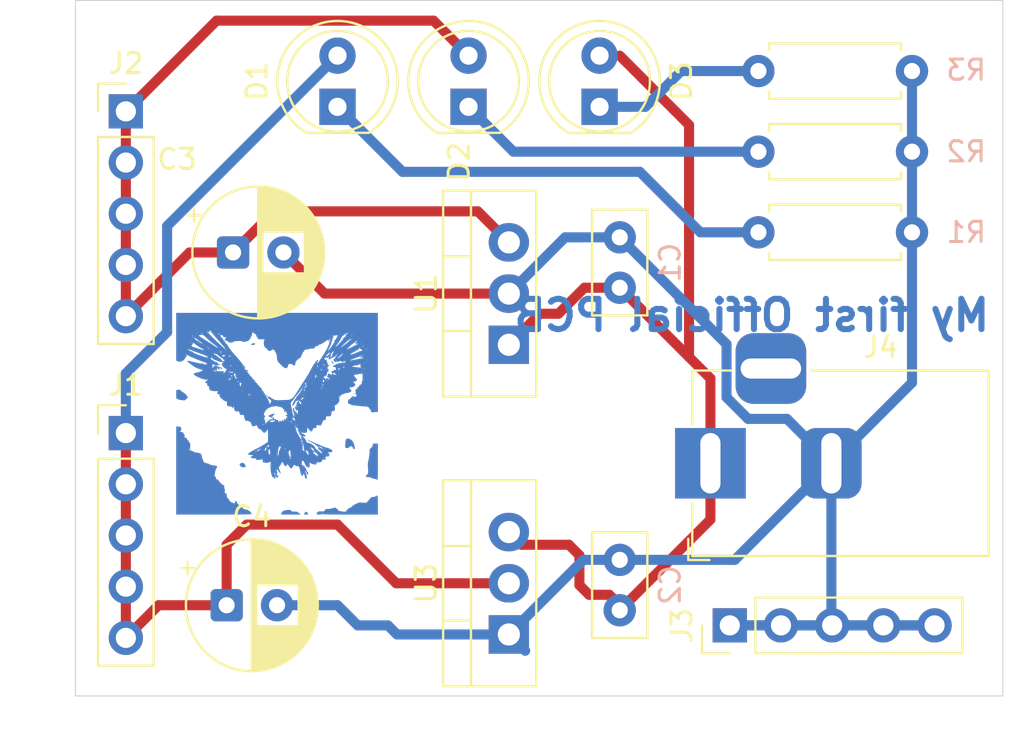
<source format=kicad_pcb>
(kicad_pcb (version 20241229) (generator "pcbnew") (generator_version "9.0")
  (layers (0 "F.Cu" signal) (2 "B.Cu" signal) (13 "F.Paste" user) (15 "B.Paste" user) (5 "F.SilkS" user "F.Silkscreen") (7 "B.SilkS" user "B.Silkscreen") (1 "F.Mask" user) (3 "B.Mask" user) (25 "Edge.Cuts" user))
  (net 0 "")
  (net 1 "Net-(D3-K)")
  (net 2 "Net-(D3-A)")
  (net 3 "GND")
  (net 4 "Net-(D1-A)")
  (net 5 "Net-(D2-A)")
  (net 6 "Net-(D1-K)")
  (net 7 "Net-(D2-K)")
  (footprint "Resistor_THT:R_Axial_DIN0207_L6.3mm_D2.5mm_P7.62mm_Horizontal" (layer "F.Cu") (at 204.88 82.5)
    (property "Reference" "R3")
    (property "Value" "R")
  )
  (footprint "Connector_PinHeader_2.54mm:PinHeader_1x05_P2.54mm_Vertical" (layer "F.Cu") (at 203.46 110 90)
    (property "Reference" "J3")
    (property "Value" "Conn_01x05_Pin")
  )
  (footprint "Resistor_THT:R_Axial_DIN0207_L6.3mm_D2.5mm_P7.62mm_Horizontal" (layer "F.Cu") (at 204.88 86.5)
    (property "Reference" "R2")
    (property "Value" "R")
  )
  (footprint "Connector_PinHeader_2.54mm:PinHeader_1x05_P2.54mm_Vertical" (layer "F.Cu") (at 173.5 100.46)
    (property "Reference" "J1")
    (property "Value" "Conn_01x05_Pin")
  )
  (footprint "LED_THT:LED_D5.0mm" (layer "F.Cu") (at 184 84.275 90)
    (property "Reference" "D1")
    (property "Value" "LED")
  )
  (footprint "LED_THT:LED_D5.0mm" (layer "F.Cu") (at 197 84.275 90)
    (property "Reference" "D3")
    (property "Value" "LED")
  )
  (footprint "Capacitor_THT:CP_Radial_D6.3mm_P2.50mm" (layer "F.Cu") (at 178.5 109)
    (property "Reference" "C4")
    (property "Value" "10uF")
  )
  (footprint "Connector_BarrelJack:BarrelJack_Horizontal" (layer "F.Cu") (at 202.5 101.9575 180)
    (property "Reference" "J4")
    (property "Value" "Barrel_Jack_MountingPin")
  )
  (footprint "Capacitor_THT:C_Disc_D5.0mm_W2.5mm_P2.50mm" (layer "F.Cu") (at 198 106.75 -90)
    (property "Reference" "C2")
    (property "Value" "C")
  )
  (footprint "Package_TO_SOT_THT:TO-220-3_Vertical" (layer "F.Cu") (at 192.5 110.45 90)
    (property "Reference" "U3")
    (property "Value" "LM1117T-3.3")
  )
  (footprint "LED_THT:LED_D5.0mm" (layer "F.Cu") (at 190.5 84.275 90)
    (property "Reference" "D2")
    (property "Value" "LED")
  )
  (footprint "Resistor_THT:R_Axial_DIN0207_L6.3mm_D2.5mm_P7.62mm_Horizontal" (layer "F.Cu") (at 204.88 90.5)
    (property "Reference" "R1")
    (property "Value" "R")
  )
  (footprint "Connector_PinHeader_2.54mm:PinHeader_1x05_P2.54mm_Vertical" (layer "F.Cu") (at 173.5 84.5)
    (property "Reference" "J2")
    (property "Value" "Conn_01x05_Pin")
  )
  (footprint "Package_TO_SOT_THT:TO-220-3_Vertical" (layer "F.Cu") (at 192.5 96.08 90)
    (property "Reference" "U1")
    (property "Value" "LM7805_TO220")
  )
  (footprint "Capacitor_THT:CP_Radial_D6.3mm_P2.50mm" (layer "F.Cu") (at 178.817621 91.5)
    (property "Reference" "C3")
    (property "Value" "10uF")
  )
  (footprint "Capacitor_THT:C_Disc_D5.0mm_W2.5mm_P2.50mm" (layer "F.Cu") (at 198 90.75 -90)
    (property "Reference" "C1")
    (property "Value" "C")
  )
  (footprint "LOGO" (layer "B.Cu") (at 181 99.5 180)
    (property "Reference" "G***" (hide yes))
    (property "Value" "LOGO" (hide yes))
  )
  (gr_rect (start 171 79) (end 217 113.5) (stroke (width 0.05)) (fill no) (layer "Edge.Cuts"))
  (gr_text "My first Official PCB" (at 216.5 95.5 0) (layer "B.Cu") (effects (font (size 1.5 1.5) (thickness 0.3) (bold yes)) (justify left bottom mirror)))
  (segment (start 201.05 82.5) (end 199.275 84.275) (width 0.5) (layer "B.Cu") (net 1))
  (segment (start 204.88 82.5) (end 201.05 82.5) (width 0.5) (layer "B.Cu") (net 1))
  (segment (start 199.275 84.275) (end 197 84.275) (width 0.5) (layer "B.Cu") (net 1))
  (segment (start 195.480818 106) (end 196 106.519182) (width 0.5) (layer "F.Cu") (net 2))
  (segment (start 202.5 97.75) (end 201.439 96.689) (width 0.5) (layer "F.Cu") (net 2))
  (segment (start 202.5 101.9575) (end 202.5 97.75) (width 0.5) (layer "F.Cu") (net 2))
  (segment (start 194.04 94.54) (end 192.5 96.08) (width 0.5) (layer "F.Cu") (net 2))
  (segment (start 197.481818 108.481818) (end 198 109) (width 0.5) (layer "F.Cu") (net 2))
  (segment (start 201.439 85.174) (end 201.439 96.689) (width 0.5) (layer "F.Cu") (net 2))
  (segment (start 202.5 104.75) (end 198 109.25) (width 0.5) (layer "F.Cu") (net 2))
  (segment (start 198 81.735) (end 201.439 85.174) (width 0.5) (layer "F.Cu") (net 2))
  (segment (start 198 93.25) (end 196.25 93.25) (width 0.5) (layer "F.Cu") (net 2))
  (segment (start 202.5 101.9575) (end 202.5 104.75) (width 0.5) (layer "F.Cu") (net 2))
  (segment (start 201.439 96.689) (end 198 93.25) (width 0.5) (layer "F.Cu") (net 2))
  (segment (start 196.25 93.25) (end 194.96 94.54) (width 0.5) (layer "F.Cu") (net 2))
  (segment (start 198 109) (end 198 109.25) (width 0.5) (layer "F.Cu") (net 2))
  (segment (start 192.5 105.37) (end 193.13 106) (width 0.5) (layer "F.Cu") (net 2))
  (segment (start 194.96 94.54) (end 194.04 94.54) (width 0.5) (layer "F.Cu") (net 2))
  (segment (start 196 106.519182) (end 196 108.001) (width 0.5) (layer "F.Cu") (net 2))
  (segment (start 193.13 106) (end 195.480818 106) (width 0.5) (layer "F.Cu") (net 2))
  (segment (start 196 108.001) (end 196.480818 108.481818) (width 0.5) (layer "F.Cu") (net 2))
  (segment (start 196.480818 108.481818) (end 197.481818 108.481818) (width 0.5) (layer "F.Cu") (net 2))
  (segment (start 183.357621 93.54) (end 181.317621 91.5) (width 0.5) (layer "F.Cu") (net 3))
  (segment (start 192.5 93.54) (end 183.357621 93.54) (width 0.5) (layer "F.Cu") (net 3))
  (segment (start 206.299 99.7565) (end 208.5 101.9575) (width 0.5) (layer "B.Cu") (net 3))
  (segment (start 208.5 109.96) (end 208.54 110) (width 0.5) (layer "B.Cu") (net 3))
  (segment (start 186.5 110) (end 186.95 110.45) (width 0.5) (layer "B.Cu") (net 3))
  (segment (start 186.95 110.45) (end 192.5 110.45) (width 0.5) (layer "B.Cu") (net 3))
  (segment (start 198 106.75) (end 196.2 106.75) (width 0.5) (layer "B.Cu") (net 3))
  (segment (start 208.5 101.9575) (end 208.5 109.96) (width 0.5) (layer "B.Cu") (net 3))
  (segment (start 195.29 90.75) (end 192.5 93.54) (width 0.5) (layer "B.Cu") (net 3))
  (segment (start 203.299 96.049) (end 203.299 98.689044) (width 0.5) (layer "B.Cu") (net 3))
  (segment (start 198 90.75) (end 203.299 96.049) (width 0.5) (layer "B.Cu") (net 3))
  (segment (start 203.299 98.689044) (end 204.366456 99.7565) (width 0.5) (layer "B.Cu") (net 3))
  (segment (start 208.54 110) (end 206 110) (width 0.5) (layer "B.Cu") (net 3))
  (segment (start 198 90.75) (end 195.29 90.75) (width 0.5) (layer "B.Cu") (net 3))
  (segment (start 212.5 90.5) (end 212.5 97.9575) (width 0.5) (layer "B.Cu") (net 3))
  (segment (start 198 106.75) (end 203.7075 106.75) (width 0.5) (layer "B.Cu") (net 3))
  (segment (start 212.5 97.9575) (end 208.5 101.9575) (width 0.5) (layer "B.Cu") (net 3))
  (segment (start 185 110) (end 186.5 110) (width 0.5) (layer "B.Cu") (net 3))
  (segment (start 203.46 110) (end 213.62 110) (width 0.5) (layer "B.Cu") (net 3))
  (segment (start 211.08 110) (end 208.54 110) (width 0.5) (layer "B.Cu") (net 3))
  (segment (start 206 110) (end 203.46 110) (width 0.5) (layer "B.Cu") (net 3))
  (segment (start 213.62 110) (end 211.08 110) (width 0.5) (layer "B.Cu") (net 3))
  (segment (start 212.5 82.5) (end 212.5 90.5) (width 0.5) (layer "B.Cu") (net 3))
  (segment (start 203.7075 106.75) (end 208.5 101.9575) (width 0.5) (layer "B.Cu") (net 3))
  (segment (start 196.2 106.75) (end 192.5 110.45) (width 0.5) (layer "B.Cu") (net 3))
  (segment (start 181 109) (end 184 109) (width 0.5) (layer "B.Cu") (net 3))
  (segment (start 204.366456 99.7565) (end 206.299 99.7565) (width 0.5) (layer "B.Cu") (net 3))
  (segment (start 193.31 111.26) (end 192.5 110.45) (width 0.5) (layer "B.Cu") (net 3))
  (segment (start 184 109) (end 185 110) (width 0.5) (layer "B.Cu") (net 3))
  (segment (start 178.5 106) (end 178.5 109) (width 0.5) (layer "F.Cu") (net 4))
  (segment (start 186.91 107.91) (end 184 105) (width 0.5) (layer "F.Cu") (net 4))
  (segment (start 173.5 110.62) (end 173.5 100.46) (width 0.5) (layer "F.Cu") (net 4))
  (segment (start 184 105) (end 179.5 105) (width 0.5) (layer "F.Cu") (net 4))
  (segment (start 178.5 109) (end 175.12 109) (width 0.5) (layer "F.Cu") (net 4))
  (segment (start 175.12 109) (end 173.5 110.62) (width 0.5) (layer "F.Cu") (net 4))
  (segment (start 179.5 105) (end 178.5 106) (width 0.5) (layer "F.Cu") (net 4))
  (segment (start 192.5 107.91) (end 186.91 107.91) (width 0.5) (layer "F.Cu") (net 4))
  (segment (start 175.54501 90.18999) (end 175.54501 95.45499) (width 0.5) (layer "B.Cu") (net 4))
  (segment (start 173.5 97.5) (end 173.5 100.46) (width 0.5) (layer "B.Cu") (net 4))
  (segment (start 175.54501 95.45499) (end 173.5 97.5) (width 0.5) (layer "B.Cu") (net 4))
  (segment (start 184 81.735) (end 175.54501 90.18999) (width 0.5) (layer "B.Cu") (net 4))
  (segment (start 190.96 89.46) (end 180.857621 89.46) (width 0.5) (layer "F.Cu") (net 5))
  (segment (start 178 80) (end 188.765 80) (width 0.5) (layer "F.Cu") (net 5))
  (segment (start 173.5 84.5) (end 178 80) (width 0.5) (layer "F.Cu") (net 5))
  (segment (start 173.5 94.66) (end 173.5 84.5) (width 0.5) (layer "F.Cu") (net 5))
  (segment (start 188.765 80) (end 190.5 81.735) (width 0.5) (layer "F.Cu") (net 5))
  (segment (start 178.817621 91.5) (end 176.66 91.5) (width 0.5) (layer "F.Cu") (net 5))
  (segment (start 176.66 91.5) (end 173.5 94.66) (width 0.5) (layer "F.Cu") (net 5))
  (segment (start 180.857621 89.46) (end 178.817621 91.5) (width 0.5) (layer "F.Cu") (net 5))
  (segment (start 192.5 91) (end 190.96 89.46) (width 0.5) (layer "F.Cu") (net 5))
  (segment (start 184 84.275) (end 187.225 87.5) (width 0.5) (layer "B.Cu") (net 6))
  (segment (start 187.225 87.5) (end 199 87.5) (width 0.5) (layer "B.Cu") (net 6))
  (segment (start 199 87.5) (end 202 90.5) (width 0.5) (layer "B.Cu") (net 6))
  (segment (start 202 90.5) (end 204.88 90.5) (width 0.5) (layer "B.Cu") (net 6))
  (segment (start 192.725 86.5) (end 204.88 86.5) (width 0.5) (layer "B.Cu") (net 7))
  (segment (start 190.5 84.275) (end 192.725 86.5) (width 0.5) (layer "B.Cu") (net 7))
)
</source>
